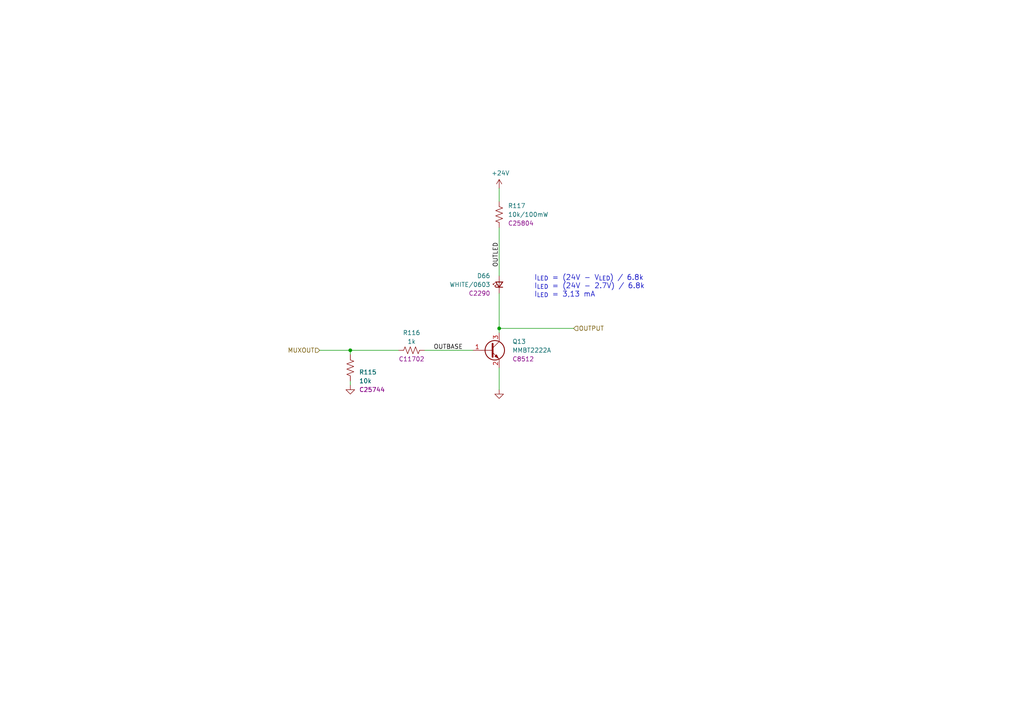
<source format=kicad_sch>
(kicad_sch (version 20250114) (generator "eeschema") (generator_version "9.0")
  (paper "A4")
  (title_block (title "ESP 24V 16xIn/16xOut/4xNTC Module") (date "2025-07-04") (rev "V4.1"))
  (lib_symbols
    (symbol "Device:LED_Small" (pin_numbers (hide yes)) (pin_names (offset 0.254) (hide yes))
      (property "Reference" "D" (at -1.27 3.175 0))
      (property "Value" "LED_Small" (at -4.445 -2.54 0))
      (symbol "LED_Small_0_1"
        (polyline (pts (xy -0.762 -1.016) (xy -0.762 1.016)) (stroke (width 0.254)))
        (polyline (pts (xy 0 0.762) (xy -0.508 1.27) (xy -0.254 1.27) (xy -0.508 1.27) (xy -0.508 1.016)))
        (polyline (pts (xy 0.508 1.27) (xy 0 1.778) (xy 0.254 1.778) (xy 0 1.778) (xy 0 1.524)))
        (polyline (pts (xy 0.762 -1.016) (xy -0.762 0) (xy 0.762 1.016) (xy 0.762 -1.016)) (stroke (width 0.254)))
        (polyline (pts (xy 1.016 0) (xy -0.762 0)))
      )
      (symbol "LED_Small_1_1"
        (pin passive line (at -2.54 0 0) (length 1.778) (name "K") (number "1"))
        (pin passive line (at 2.54 0 180) (length 1.778) (name "A") (number "2"))
      )
    )
    (symbol "Device:R_US" (pin_numbers (hide yes)) (pin_names (offset 0))
      (property "Reference" "R" (at 2.54 0 90))
      (property "Value" "R_US" (at -2.54 0 90))
      (symbol "R_US_0_1"
        (polyline (pts (xy 0 2.286) (xy 0 2.54)))
        (polyline (pts (xy 0 2.286) (xy 1.016 1.905) (xy 0 1.524) (xy -1.016 1.143) (xy 0 0.762)))
        (polyline (pts (xy 0 0.762) (xy 1.016 0.381) (xy 0 0) (xy -1.016 -0.381) (xy 0 -0.762)))
        (polyline (pts (xy 0 -0.762) (xy 1.016 -1.143) (xy 0 -1.524) (xy -1.016 -1.905) (xy 0 -2.286)))
        (polyline (pts (xy 0 -2.286) (xy 0 -2.54)))
      )
      (symbol "R_US_1_1"
        (pin passive line (at 0 3.81 270) (length 1.27) (name "~") (number "1"))
        (pin passive line (at 0 -3.81 90) (length 1.27) (name "~") (number "2"))
      )
    )
    (symbol "Transistor_BJT:Q_NPN_BEC" (pin_names (offset 0) (hide yes))
      (property "Reference" "Q" (at 5.08 1.27 0))
      (property "Value" "Q_NPN_BEC" (at 5.08 -1.27 0))
      (symbol "Q_NPN_BEC_0_1"
        (polyline (pts (xy -2.54 0) (xy 0.635 0)))
        (polyline (pts (xy 0.635 1.905) (xy 0.635 -1.905)) (stroke (width 0.508)))
        (circle (center 1.27 0) (radius 2.8194) (stroke (width 0.254)))
      )
      (symbol "Q_NPN_BEC_1_1"
        (polyline (pts (xy 0.635 0.635) (xy 2.54 2.54)))
        (polyline (pts (xy 0.635 -0.635) (xy 2.54 -2.54)))
        (polyline (pts (xy 1.27 -1.778) (xy 1.778 -1.27) (xy 2.286 -2.286) (xy 1.27 -1.778)) (fill (type outline)))
        (pin input line (at -5.08 0 0) (length 2.54) (name "B") (number "1"))
        (pin passive line (at 2.54 5.08 270) (length 2.54) (name "C") (number "3"))
        (pin passive line (at 2.54 -5.08 90) (length 2.54) (name "E") (number "2"))
      )
    )
    (symbol "power:+24V" (power) (pin_numbers (hide yes)) (pin_names (offset 0) (hide yes))
      (property "Value" "+24V" (at 0 3.556 0))
      (symbol "+24V_0_1"
        (polyline (pts (xy -0.762 1.27) (xy 0 2.54)))
        (polyline (pts (xy 0 2.54) (xy 0.762 1.27)))
        (polyline (pts (xy 0 0) (xy 0 2.54)))
      )
      (symbol "+24V_1_1"
        (pin power_in line (at 0 0 90) (length 0) (name "~") (number "1"))
      )
    )
    (symbol "power:GND" (power) (pin_numbers (hide yes)) (pin_names (offset 0) (hide yes))
      (property "Value" "GND" (at 0 -3.81 0))
      (symbol "GND_0_1"
        (polyline (pts (xy 0 0) (xy 0 -1.27) (xy 1.27 -1.27) (xy 0 -2.54) (xy -1.27 -1.27) (xy 0 -1.27)))
      )
      (symbol "GND_1_1"
        (pin power_in line (at 0 0 270) (length 0) (name "~") (number "1"))
      )
    )
  )
  (text "I_{LED} = (24V - V_{LED}) / 6.8k\nI_{LED} = (24V - 2.7V) / 6.8k\nI_{LED} = 3,13 mA" (at 154.94 86.36 0) (effects (font (size 1.5 1.5)) (justify left bottom)))
  (junction (at 101.6 101.6))
  (junction (at 144.78 95.25))
  (wire (pts (xy 144.78 113.03) (xy 144.78 106.68)))
  (wire (pts (xy 123.19 101.6) (xy 137.16 101.6)))
  (wire (pts (xy 144.78 66.04) (xy 144.78 80.01)))
  (wire (pts (xy 101.6 101.6) (xy 115.57 101.6)))
  (wire (pts (xy 92.71 101.6) (xy 101.6 101.6)))
  (wire (pts (xy 144.78 85.09) (xy 144.78 95.25)))
  (wire (pts (xy 144.78 95.25) (xy 144.78 96.52)))
  (wire (pts (xy 101.6 110.49) (xy 101.6 111.76)))
  (wire (pts (xy 144.78 54.61) (xy 144.78 58.42)))
  (wire (pts (xy 166.37 95.25) (xy 144.78 95.25)))
  (wire (pts (xy 101.6 101.6) (xy 101.6 102.87)))
  (label "OUTLED" (at 144.78 77.47 90))
  (label "OUTBASE" (at 125.73 101.6 0))
  (hierarchical_label "OUTPUT" (shape input) (at 166.37 95.25 0))
  (hierarchical_label "MUXOUT" (shape input) (at 92.71 101.6 180))
  (symbol (lib_id "power:+24V") (at 144.78 54.61 0) (unit 1)
    (property "Reference" "#PWR0138" (effects (hide yes)))
    (property "Value" "+24V" (at 145.161 50.2158 0))
    (property "Description" "Power symbol creates a global label with name \"+24V\"" (effects (hide yes)))
    (instances (project "esp-24v-16ch-v4" (path "" (reference "#PWR0141") (unit 1)) (path "" (reference "#PWR0159") (unit 1)) (path "" (reference "#PWR0144") (unit 1)) (path "" (reference "#PWR0138") (unit 1)) (path "" (reference "#PWR0147") (unit 1)) (path "" (reference "#PWR0156") (unit 1)) (path "" (reference "#PWR0150") (unit 1)) (path "" (reference "#PWR0153") (unit 1))))
  )
  (symbol (lib_id "Transistor_BJT:Q_NPN_BEC") (at 142.24 101.6 0) (unit 1)
    (property "Reference" "Q12" (at 148.59 99.06 0) (effects (justify left)))
    (property "Value" "MMBT2222A" (at 148.59 101.6 0) (effects (justify left)))
    (property "Footprint" "Tales:SOT-23-Narrow" (effects (hide yes)))
    (property "Description" "NPN transistor, base/emitter/collector" (effects (hide yes)))
    (property "Case" "SOT-23-3" (effects (hide yes)))
    (property "Mfr" "Changjiang" (effects (hide yes)))
    (property "Mfr PN" "MMBT2222A" (effects (hide yes)))
    (property "Technology" "BJT" (effects (hide yes)))
    (property "Vendor" "JLCPCB" (effects (hide yes)))
    (property "Vendor PN" "C8512" (effects (hide yes)))
    (property "JLCPCB BOM" "1" (effects (hide yes)))
    (property "LCSC Part #" "C8512" (at 148.59 104.14 0) (effects (justify left)))
    (instances (project "esp-24v-16ch-v4" (path "" (reference "Q13") (unit 1)) (path "" (reference "Q19") (unit 1)) (path "" (reference "Q14") (unit 1)) (path "" (reference "Q12") (unit 1)) (path "" (reference "Q15") (unit 1)) (path "" (reference "Q18") (unit 1)) (path "" (reference "Q16") (unit 1)) (path "" (reference "Q17") (unit 1))))
  )
  (symbol (lib_id "power:GND") (at 144.78 113.03 0) (unit 1)
    (property "Reference" "#PWR0139" (effects (hide yes)))
    (property "Value" "GND" (effects (hide yes)))
    (property "Description" "Power symbol creates a global label with name \"GND\" , ground" (effects (hide yes)))
    (instances (project "esp-24v-16ch-v4" (path "" (reference "#PWR0142") (unit 1)) (path "" (reference "#PWR0160") (unit 1)) (path "" (reference "#PWR0145") (unit 1)) (path "" (reference "#PWR0139") (unit 1)) (path "" (reference "#PWR0148") (unit 1)) (path "" (reference "#PWR0157") (unit 1)) (path "" (reference "#PWR0151") (unit 1)) (path "" (reference "#PWR0154") (unit 1))))
  )
  (symbol (lib_id "Device:R_US") (at 119.38 101.6 270) (unit 1)
    (property "Reference" "R113" (at 119.38 96.52 90))
    (property "Value" "1k" (at 119.38 99.06 90))
    (property "Footprint" "Tales:R_0402_1005Metric" (effects (hide yes)))
    (property "Description" "Resistor, US symbol" (effects (hide yes)))
    (property "Case" "0402/1005" (effects (hide yes)))
    (property "Mfr" "Uniroyal" (effects (hide yes)))
    (property "Mfr PN" "0402WGF1001TCE" (effects (hide yes)))
    (property "Vendor" "JLCPCB" (effects (hide yes)))
    (property "Vendor PN" "C11702" (effects (hide yes)))
    (property "Technology" "1%" (effects (hide yes)))
    (property "LCSC Part #" "C11702" (at 119.38 104.14 90))
    (property "JLCPCB BOM" "1" (effects (hide yes)))
    (instances (project "esp-24v-16ch-v4" (path "" (reference "R116") (unit 1)) (path "" (reference "R134") (unit 1)) (path "" (reference "R119") (unit 1)) (path "" (reference "R113") (unit 1)) (path "" (reference "R122") (unit 1)) (path "" (reference "R131") (unit 1)) (path "" (reference "R125") (unit 1)) (path "" (reference "R128") (unit 1))))
  )
  (symbol (lib_id "power:GND") (at 101.6 111.76 0) (unit 1)
    (property "Reference" "#PWR0137" (effects (hide yes)))
    (property "Value" "GND" (effects (hide yes)))
    (property "Description" "Power symbol creates a global label with name \"GND\" , ground" (effects (hide yes)))
    (instances (project "esp-24v-16ch-v4" (path "" (reference "#PWR0140") (unit 1)) (path "" (reference "#PWR0158") (unit 1)) (path "" (reference "#PWR0143") (unit 1)) (path "" (reference "#PWR0137") (unit 1)) (path "" (reference "#PWR0146") (unit 1)) (path "" (reference "#PWR0155") (unit 1)) (path "" (reference "#PWR0149") (unit 1)) (path "" (reference "#PWR0152") (unit 1))))
  )
  (symbol (lib_id "Device:R_US") (at 101.6 106.68 180) (unit 1)
    (property "Reference" "R112" (at 104.14 107.95 0) (effects (justify right)))
    (property "Value" "10k" (at 104.14 110.49 0) (effects (justify right)))
    (property "Footprint" "Tales:R_0402_1005Metric" (effects (hide yes)))
    (property "Description" "Resistor, US symbol" (effects (hide yes)))
    (property "Mfr" "Uniroyal" (effects (hide yes)))
    (property "Vendor" "JLCPCB" (effects (hide yes)))
    (property "Mfr PN" "0402WGF1002TCE" (effects (hide yes)))
    (property "Technology" "1%" (effects (hide yes)))
    (property "Vendor PN" "C25744" (effects (hide yes)))
    (property "LCSC Part #" "C25744" (at 104.14 113.03 0) (effects (justify right)))
    (property "JLCPCB BOM" "1" (effects (hide yes)))
    (property "Package" "0402/1005" (effects (hide yes)))
    (property "Case" "0402/1005" (effects (hide yes)))
    (instances (project "esp-24v-16ch-v4" (path "" (reference "R115") (unit 1)) (path "" (reference "R133") (unit 1)) (path "" (reference "R118") (unit 1)) (path "" (reference "R112") (unit 1)) (path "" (reference "R121") (unit 1)) (path "" (reference "R130") (unit 1)) (path "" (reference "R124") (unit 1)) (path "" (reference "R127") (unit 1))))
  )
  (symbol (lib_id "Device:LED_Small") (at 144.78 82.55 90) (unit 1)
    (property "Reference" "D65" (at 142.24 80.01 90) (effects (justify left)))
    (property "Value" "WHITE/0603" (at 142.24 82.55 90) (effects (justify left)))
    (property "Footprint" "Tales:LED_0603_1608Metric" (effects (hide yes)))
    (property "Description" "Light emitting diode, small symbol" (effects (hide yes)))
    (property "Case" "0603/1608" (effects (hide yes)))
    (property "Mfr" "Hubei KENTO Elec" (effects (hide yes)))
    (property "Mfr PN" "KT-0603W" (effects (hide yes)))
    (property "Vendor" "JLCPCB" (effects (hide yes)))
    (property "Vendor PN" "C2290" (effects (hide yes)))
    (property "LCSC Part #" "C2290" (at 142.24 85.09 90) (effects (justify left)))
    (property "JLCPCB BOM" "1" (effects (hide yes)))
    (property "Sim.Pin" "1=K 2=A" (effects (hide yes)))
    (instances (project "esp-24v-16ch-v4" (path "" (reference "D66") (unit 1)) (path "" (reference "D72") (unit 1)) (path "" (reference "D67") (unit 1)) (path "" (reference "D65") (unit 1)) (path "" (reference "D68") (unit 1)) (path "" (reference "D71") (unit 1)) (path "" (reference "D69") (unit 1)) (path "" (reference "D70") (unit 1))))
  )
  (symbol (lib_id "Device:R_US") (at 144.78 62.23 0) (unit 1)
    (property "Reference" "R114" (at 147.32 59.69 0) (effects (justify left)))
    (property "Value" "10k/100mW" (at 147.32 62.23 0) (effects (justify left)))
    (property "Footprint" "Tales:R_0603_1608Metric" (effects (hide yes)))
    (property "Description" "Resistor, US symbol" (effects (hide yes)))
    (property "Case" "0603/1608" (effects (hide yes)))
    (property "Mfr" "Uniroyal" (effects (hide yes)))
    (property "Mfr PN" "0603WAF1002T5E" (effects (hide yes)))
    (property "Vendor" "JLCPCB" (effects (hide yes)))
    (property "Vendor PN" "C25804" (effects (hide yes)))
    (property "Technology" "1%" (effects (hide yes)))
    (property "LCSC Part #" "C25804" (at 147.32 64.77 0) (effects (justify left)))
    (property "JLCPCB BOM" "1" (effects (hide yes)))
    (instances (project "esp-24v-16ch-v4" (path "" (reference "R117") (unit 1)) (path "" (reference "R135") (unit 1)) (path "" (reference "R120") (unit 1)) (path "" (reference "R114") (unit 1)) (path "" (reference "R123") (unit 1)) (path "" (reference "R132") (unit 1)) (path "" (reference "R126") (unit 1)) (path "" (reference "R129") (unit 1))))
  )
)
</source>
